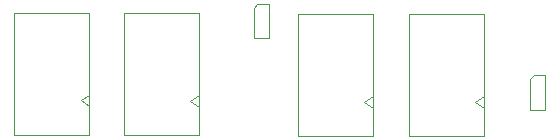
<source format=gbr>
%TF.GenerationSoftware,KiCad,Pcbnew,8.0.3*%
%TF.CreationDate,2024-07-11T02:23:34+02:00*%
%TF.ProjectId,HatV5,48617456-352e-46b6-9963-61645f706362,V2*%
%TF.SameCoordinates,Original*%
%TF.FileFunction,AssemblyDrawing,Top*%
%FSLAX46Y46*%
G04 Gerber Fmt 4.6, Leading zero omitted, Abs format (unit mm)*
G04 Created by KiCad (PCBNEW 8.0.3) date 2024-07-11 02:23:34*
%MOMM*%
%LPD*%
G01*
G04 APERTURE LIST*
%ADD10C,0.100000*%
G04 APERTURE END LIST*
D10*
%TO.C,J4*%
X152991778Y-96734422D02*
X152991778Y-107034422D01*
X152991778Y-96734422D02*
X159341778Y-96734422D01*
X152991778Y-107034422D02*
X159341778Y-107034422D01*
X158634671Y-104134422D02*
X159341778Y-104634422D01*
X159341778Y-96734422D02*
X159341778Y-107034422D01*
X159341778Y-103634422D02*
X158634671Y-104134422D01*
%TO.C,J3*%
X143582800Y-96720000D02*
X143582800Y-107020000D01*
X143582800Y-96720000D02*
X149932800Y-96720000D01*
X143582800Y-107020000D02*
X149932800Y-107020000D01*
X149225693Y-104120000D02*
X149932800Y-104620000D01*
X149932800Y-96720000D02*
X149932800Y-107020000D01*
X149932800Y-103620000D02*
X149225693Y-104120000D01*
%TO.C,U4*%
X163242756Y-102229865D02*
X163242756Y-104804865D01*
X163242756Y-104804865D02*
X164542756Y-104804865D01*
X163567756Y-101904865D02*
X163242756Y-102229865D01*
X164542756Y-101904865D02*
X163567756Y-101904865D01*
X164542756Y-104804865D02*
X164542756Y-101904865D01*
%TO.C,U2*%
X139852700Y-96188200D02*
X139852700Y-98763200D01*
X139852700Y-98763200D02*
X141152700Y-98763200D01*
X140177700Y-95863200D02*
X139852700Y-96188200D01*
X141152700Y-95863200D02*
X140177700Y-95863200D01*
X141152700Y-98763200D02*
X141152700Y-95863200D01*
%TO.C,J2*%
X128868200Y-96643800D02*
X128868200Y-106943800D01*
X128868200Y-96643800D02*
X135218200Y-96643800D01*
X128868200Y-106943800D02*
X135218200Y-106943800D01*
X134511093Y-104043800D02*
X135218200Y-104543800D01*
X135218200Y-96643800D02*
X135218200Y-106943800D01*
X135218200Y-103543800D02*
X134511093Y-104043800D01*
%TO.C,J1*%
X119562400Y-96619400D02*
X119562400Y-106919400D01*
X119562400Y-96619400D02*
X125912400Y-96619400D01*
X119562400Y-106919400D02*
X125912400Y-106919400D01*
X125205293Y-104019400D02*
X125912400Y-104519400D01*
X125912400Y-96619400D02*
X125912400Y-106919400D01*
X125912400Y-103519400D02*
X125205293Y-104019400D01*
%TD*%
M02*

</source>
